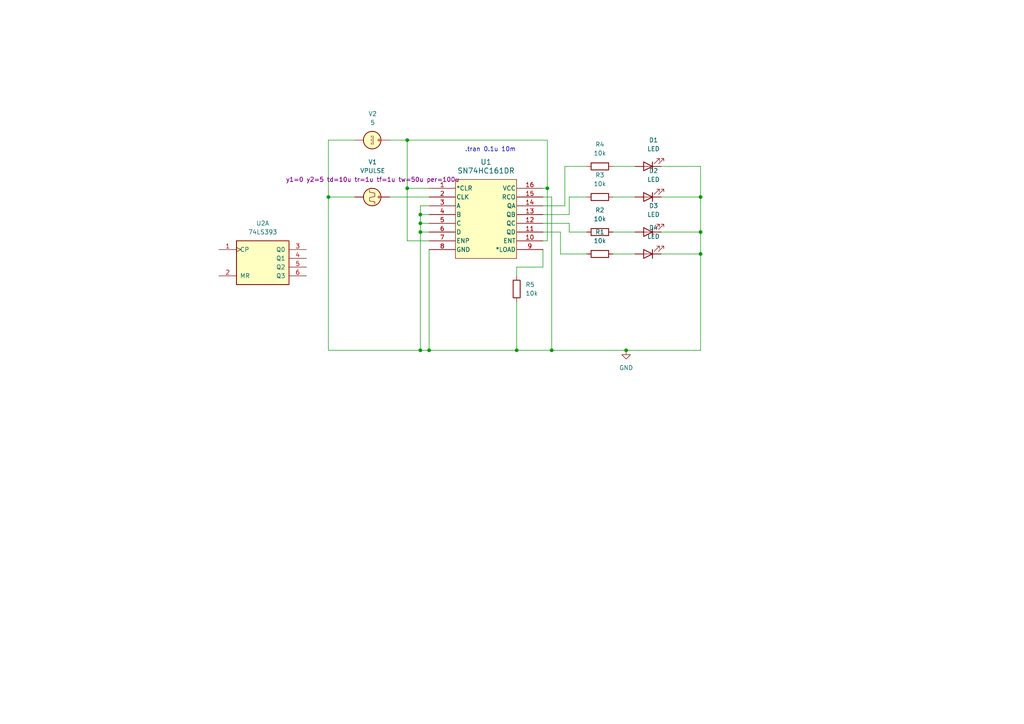
<source format=kicad_sch>
(kicad_sch (version 20250114) (generator "eeschema") (generator_version "9.0")
  (paper "A4")
  (lib_symbols
    (symbol "74xx:74LS393" (pin_names (offset 1.016))
      (property "Reference" "U" (at -7.62 8.89 0))
      (property "Value" "74LS393" (at -7.62 -8.89 0))
      (symbol "74LS393_1_0"
        (pin input clock (at -12.7 2.54 0) (length 5.08) (name "CP") (number "1"))
        (pin input line (at -12.7 -5.08 0) (length 5.08) (name "MR") (number "2"))
        (pin output line (at 12.7 2.54 180) (length 5.08) (name "Q0") (number "3"))
        (pin output line (at 12.7 0 180) (length 5.08) (name "Q1") (number "4"))
        (pin output line (at 12.7 -2.54 180) (length 5.08) (name "Q2") (number "5"))
        (pin output line (at 12.7 -5.08 180) (length 5.08) (name "Q3") (number "6"))
      )
      (symbol "74LS393_1_1"
        (rectangle (start -7.62 5.08) (end 7.62 -7.62) (stroke (width 0.254)) (fill (type background)))
      )
      (symbol "74LS393_2_0"
        (pin input clock (at -12.7 2.54 0) (length 5.08) (name "CP") (number "13"))
        (pin input line (at -12.7 -5.08 0) (length 5.08) (name "MR") (number "12"))
        (pin output line (at 12.7 2.54 180) (length 5.08) (name "Q0") (number "11"))
        (pin output line (at 12.7 0 180) (length 5.08) (name "Q1") (number "10"))
        (pin output line (at 12.7 -2.54 180) (length 5.08) (name "Q2") (number "9"))
        (pin output line (at 12.7 -5.08 180) (length 5.08) (name "Q3") (number "8"))
      )
      (symbol "74LS393_2_1"
        (rectangle (start -7.62 5.08) (end 7.62 -7.62) (stroke (width 0.254)) (fill (type background)))
      )
      (symbol "74LS393_3_0"
        (pin power_in line (at 0 12.7 270) (length 5.08) (name "VCC") (number "14"))
        (pin power_in line (at 0 -12.7 90) (length 5.08) (name "GND") (number "7"))
      )
      (symbol "74LS393_3_1"
        (rectangle (start -5.08 7.62) (end 5.08 -7.62) (stroke (width 0.254)) (fill (type background)))
      )
    )
    (symbol "CapstoneComps:SN74HC161DR" (pin_names (offset 0.254))
      (property "Reference" "U" (at 16.256 9.906 0))
      (property "Value" "SN74HC161DR" (at 16.256 7.366 0))
      (symbol "SN74HC161DR_0_1"
        (pin input line (at 0 0 0) (length 7.62) (name "*CLR") (number "1"))
        (pin input line (at 0 -2.54 0) (length 7.62) (name "CLK") (number "2"))
        (pin input line (at 0 -5.08 0) (length 7.62) (name "A") (number "3"))
        (pin input line (at 0 -7.62 0) (length 7.62) (name "B") (number "4"))
        (pin input line (at 0 -10.16 0) (length 7.62) (name "C") (number "5"))
        (pin input line (at 0 -12.7 0) (length 7.62) (name "D") (number "6"))
        (pin input line (at 0 -15.24 0) (length 7.62) (name "ENP") (number "7"))
        (pin power_in line (at 0 -17.78 0) (length 7.62) (name "GND") (number "8"))
        (pin power_in line (at 33.02 0 180) (length 7.62) (name "VCC") (number "16"))
        (pin output line (at 33.02 -2.54 180) (length 7.62) (name "RCO") (number "15"))
        (pin output line (at 33.02 -5.08 180) (length 7.62) (name "QA") (number "14"))
        (pin output line (at 33.02 -7.62 180) (length 7.62) (name "QB") (number "13"))
        (pin output line (at 33.02 -10.16 180) (length 7.62) (name "QC") (number "12"))
        (pin output line (at 33.02 -12.7 180) (length 7.62) (name "QD") (number "11"))
        (pin input line (at 33.02 -15.24 180) (length 7.62) (name "ENT") (number "10"))
        (pin input line (at 33.02 -17.78 180) (length 7.62) (name "*LOAD") (number "9"))
      )
      (symbol "SN74HC161DR_1_1"
        (rectangle (start 7.62 2.54) (end 25.4 -20.32) (fill (type background)))
      )
    )
    (symbol "Device:LED" (pin_numbers (hide yes)) (pin_names (offset 1.016) (hide yes))
      (property "Reference" "D" (at 0 2.54 0))
      (property "Value" "LED" (at 0 -2.54 0))
      (symbol "LED_0_1"
        (polyline (pts (xy -3.048 -0.762) (xy -4.572 -2.286) (xy -3.81 -2.286) (xy -4.572 -2.286) (xy -4.572 -1.524)))
        (polyline (pts (xy -1.778 -0.762) (xy -3.302 -2.286) (xy -2.54 -2.286) (xy -3.302 -2.286) (xy -3.302 -1.524)))
        (polyline (pts (xy -1.27 0) (xy 1.27 0)))
        (polyline (pts (xy -1.27 -1.27) (xy -1.27 1.27)) (stroke (width 0.254)))
        (polyline (pts (xy 1.27 -1.27) (xy 1.27 1.27) (xy -1.27 0) (xy 1.27 -1.27)) (stroke (width 0.254)))
      )
      (symbol "LED_1_1"
        (pin passive line (at -3.81 0 0) (length 2.54) (name "K") (number "1"))
        (pin passive line (at 3.81 0 180) (length 2.54) (name "A") (number "2"))
      )
    )
    (symbol "Device:R" (pin_numbers (hide yes)) (pin_names (offset 0))
      (property "Reference" "R" (at 2.032 0 90))
      (property "Value" "R" (at 0 0 90))
      (symbol "R_0_1"
        (rectangle (start -1.016 -2.54) (end 1.016 2.54) (stroke (width 0.254)))
      )
      (symbol "R_1_1"
        (pin passive line (at 0 3.81 270) (length 1.27) (name "~") (number "1"))
        (pin passive line (at 0 -3.81 90) (length 1.27) (name "~") (number "2"))
      )
    )
    (symbol "Simulation_SPICE:VDC" (pin_numbers (hide yes)) (pin_names (offset 0.0254))
      (property "Reference" "V" (at 2.54 2.54 0))
      (property "Value" "1" (at 2.54 0 0))
      (symbol "VDC_0_0"
        (polyline (pts (xy -1.27 0.254) (xy 1.27 0.254)))
        (polyline (pts (xy -0.762 -0.254) (xy -1.27 -0.254)))
        (polyline (pts (xy 0.254 -0.254) (xy -0.254 -0.254)))
        (polyline (pts (xy 1.27 -0.254) (xy 0.762 -0.254)))
        (text "+" (at 0 1.905 0) (effects (font (size 1.27 1.27))))
      )
      (symbol "VDC_0_1"
        (circle (center 0 0) (radius 2.54) (stroke (width 0.254)) (fill (type background)))
      )
      (symbol "VDC_1_1"
        (pin passive line (at 0 5.08 270) (length 2.54) (name "~") (number "1"))
        (pin passive line (at 0 -5.08 90) (length 2.54) (name "~") (number "2"))
      )
    )
    (symbol "Simulation_SPICE:VPULSE" (pin_numbers (hide yes)) (pin_names (offset 0.0254))
      (property "Reference" "V" (at 2.54 2.54 0))
      (property "Value" "VPULSE" (at 2.54 0 0))
      (property "Sim.Params" "y1=0 y2=1 td=2n tr=2n tf=2n tw=50n per=100n" (at 2.54 -2.54 0))
      (symbol "VPULSE_0_0"
        (polyline (pts (xy -2.032 -0.762) (xy -1.397 -0.762) (xy -1.143 0.762) (xy -0.127 0.762) (xy 0.127 -0.762) (xy 1.143 -0.762) (xy 1.397 0.762) (xy 2.032 0.762)))
        (text "+" (at 0 1.905 0) (effects (font (size 1.27 1.27))))
      )
      (symbol "VPULSE_0_1"
        (circle (center 0 0) (radius 2.54) (stroke (width 0.254)) (fill (type background)))
      )
      (symbol "VPULSE_1_1"
        (pin passive line (at 0 5.08 270) (length 2.54) (name "~") (number "1"))
        (pin passive line (at 0 -5.08 90) (length 2.54) (name "~") (number "2"))
      )
    )
    (symbol "power:GND" (power) (pin_numbers (hide yes)) (pin_names (offset 0) (hide yes))
      (property "Value" "GND" (at 0 -3.81 0))
      (symbol "GND_0_1"
        (polyline (pts (xy 0 0) (xy 0 -1.27) (xy 1.27 -1.27) (xy 0 -2.54) (xy -1.27 -1.27) (xy 0 -1.27)))
      )
      (symbol "GND_1_1"
        (pin power_in line (at 0 0 270) (length 0) (name "~") (number "1"))
      )
    )
  )
  (text ".tran 0.1u 10m" (at 142.24 43.434 0) (effects (font (size 1.27 1.27))))
  (junction (at 121.92 64.77))
  (junction (at 158.75 54.61))
  (junction (at 203.2 67.31))
  (junction (at 121.92 101.6))
  (junction (at 118.11 54.61))
  (junction (at 118.11 40.64))
  (junction (at 203.2 57.15))
  (junction (at 124.46 101.6))
  (junction (at 181.61 101.6))
  (junction (at 121.92 67.31))
  (junction (at 95.25 57.15))
  (junction (at 121.92 62.23))
  (junction (at 203.2 73.66))
  (junction (at 160.02 101.6))
  (junction (at 149.86 101.6))
  (wire (pts (xy 124.46 69.85) (xy 118.11 69.85)))
  (wire (pts (xy 170.18 57.15) (xy 165.1 57.15)))
  (wire (pts (xy 177.8 48.26) (xy 184.15 48.26)))
  (wire (pts (xy 149.86 80.01) (xy 149.86 77.47)))
  (wire (pts (xy 157.48 64.77) (xy 165.1 64.77)))
  (wire (pts (xy 191.77 48.26) (xy 203.2 48.26)))
  (wire (pts (xy 118.11 54.61) (xy 118.11 40.64)))
  (wire (pts (xy 191.77 67.31) (xy 203.2 67.31)))
  (wire (pts (xy 121.92 62.23) (xy 124.46 62.23)))
  (wire (pts (xy 121.92 67.31) (xy 121.92 64.77)))
  (wire (pts (xy 165.1 64.77) (xy 165.1 67.31)))
  (wire (pts (xy 191.77 57.15) (xy 203.2 57.15)))
  (wire (pts (xy 203.2 57.15) (xy 203.2 67.31)))
  (wire (pts (xy 95.25 57.15) (xy 102.87 57.15)))
  (wire (pts (xy 157.48 67.31) (xy 162.56 67.31)))
  (wire (pts (xy 162.56 73.66) (xy 170.18 73.66)))
  (wire (pts (xy 157.48 77.47) (xy 157.48 72.39)))
  (wire (pts (xy 113.03 40.64) (xy 118.11 40.64)))
  (wire (pts (xy 165.1 67.31) (xy 170.18 67.31)))
  (wire (pts (xy 160.02 101.6) (xy 181.61 101.6)))
  (wire (pts (xy 113.03 57.15) (xy 124.46 57.15)))
  (wire (pts (xy 203.2 48.26) (xy 203.2 57.15)))
  (wire (pts (xy 118.11 54.61) (xy 124.46 54.61)))
  (wire (pts (xy 149.86 101.6) (xy 160.02 101.6)))
  (wire (pts (xy 95.25 40.64) (xy 95.25 57.15)))
  (wire (pts (xy 158.75 69.85) (xy 158.75 54.61)))
  (wire (pts (xy 121.92 59.69) (xy 124.46 59.69)))
  (wire (pts (xy 121.92 67.31) (xy 121.92 101.6)))
  (wire (pts (xy 118.11 69.85) (xy 118.11 54.61)))
  (wire (pts (xy 95.25 57.15) (xy 95.25 101.6)))
  (wire (pts (xy 165.1 57.15) (xy 165.1 62.23)))
  (wire (pts (xy 121.92 101.6) (xy 124.46 101.6)))
  (wire (pts (xy 163.83 59.69) (xy 163.83 48.26)))
  (wire (pts (xy 121.92 62.23) (xy 121.92 59.69)))
  (wire (pts (xy 124.46 67.31) (xy 121.92 67.31)))
  (wire (pts (xy 149.86 77.47) (xy 157.48 77.47)))
  (wire (pts (xy 157.48 59.69) (xy 163.83 59.69)))
  (wire (pts (xy 157.48 57.15) (xy 160.02 57.15)))
  (wire (pts (xy 157.48 69.85) (xy 158.75 69.85)))
  (wire (pts (xy 203.2 101.6) (xy 181.61 101.6)))
  (wire (pts (xy 177.8 57.15) (xy 184.15 57.15)))
  (wire (pts (xy 158.75 54.61) (xy 157.48 54.61)))
  (wire (pts (xy 157.48 62.23) (xy 165.1 62.23)))
  (wire (pts (xy 102.87 40.64) (xy 95.25 40.64)))
  (wire (pts (xy 149.86 87.63) (xy 149.86 101.6)))
  (wire (pts (xy 191.77 73.66) (xy 203.2 73.66)))
  (wire (pts (xy 118.11 40.64) (xy 158.75 40.64)))
  (wire (pts (xy 177.8 73.66) (xy 184.15 73.66)))
  (wire (pts (xy 95.25 101.6) (xy 121.92 101.6)))
  (wire (pts (xy 124.46 72.39) (xy 124.46 101.6)))
  (wire (pts (xy 203.2 73.66) (xy 203.2 101.6)))
  (wire (pts (xy 203.2 67.31) (xy 203.2 73.66)))
  (wire (pts (xy 124.46 101.6) (xy 149.86 101.6)))
  (wire (pts (xy 162.56 67.31) (xy 162.56 73.66)))
  (wire (pts (xy 163.83 48.26) (xy 170.18 48.26)))
  (wire (pts (xy 158.75 40.64) (xy 158.75 54.61)))
  (wire (pts (xy 160.02 57.15) (xy 160.02 101.6)))
  (wire (pts (xy 121.92 64.77) (xy 121.92 62.23)))
  (wire (pts (xy 177.8 67.31) (xy 184.15 67.31)))
  (wire (pts (xy 121.92 64.77) (xy 124.46 64.77)))
  (symbol (lib_id "Device:LED") (at 187.96 57.15 180) (unit 1)
    (property "Reference" "D2" (at 189.5475 49.53 0))
    (property "Value" "LED" (at 189.5475 52.07 0))
    (property "Description" "Light emitting diode" (effects (hide yes)))
    (property "Sim.Pins" "1=A 2=K" (effects (hide yes)))
    (property "Sim.Device" "D" (effects (hide yes)))
  )
  (symbol (lib_id "Device:R") (at 173.99 67.31 90) (unit 1)
    (property "Reference" "R2" (at 173.99 60.96 90))
    (property "Value" "10k" (at 173.99 63.5 90))
    (property "Description" "Resistor" (effects (hide yes)))
  )
  (symbol (lib_id "74xx:74LS393") (at 76.2 74.93 0) (unit 1)
    (property "Reference" "U2" (at 76.2 64.77 0))
    (property "Value" "74LS393" (at 76.2 67.31 0))
    (property "Datasheet" "74xx\\74LS393.pdf" (effects (hide yes)))
    (property "Description" "Dual BCD 4-bit counter" (effects (hide yes)))
  )
  (symbol (lib_id "Simulation_SPICE:VPULSE") (at 107.95 57.15 270) (unit 1)
    (property "Reference" "V1" (at 108.0798 46.99 90))
    (property "Value" "VPULSE" (at 108.0798 49.53 90))
    (property "Datasheet" "https://ngspice.sourceforge.io/docs/ngspice-html-manual/manual.xhtml#sec_Independent_Sources_for" (effects (hide yes)))
    (property "Description" "Voltage source, pulse" (effects (hide yes)))
    (property "Sim.Pins" "1=+ 2=-" (effects (hide yes)))
    (property "Sim.Type" "PULSE" (effects (hide yes)))
    (property "Sim.Device" "V" (effects (hide yes)))
    (property "Sim.Params" "y1=0 y2=5 td=10u tr=1u tf=1u tw=50u per=100u" (at 108.0798 52.07 90))
  )
  (symbol (lib_id "Device:R") (at 149.86 83.82 0) (unit 1)
    (property "Reference" "R5" (at 152.4 82.5499 0) (effects (justify left)))
    (property "Value" "10k" (at 152.4 85.0899 0) (effects (justify left)))
    (property "Description" "Resistor" (effects (hide yes)))
  )
  (symbol (lib_id "Device:LED") (at 187.96 67.31 180) (unit 1)
    (property "Reference" "D3" (at 189.5475 59.69 0))
    (property "Value" "LED" (at 189.5475 62.23 0))
    (property "Description" "Light emitting diode" (effects (hide yes)))
    (property "Sim.Pins" "1=A 2=K" (effects (hide yes)))
    (property "Sim.Device" "D" (effects (hide yes)))
  )
  (symbol (lib_id "Device:LED") (at 187.96 73.66 180) (unit 1)
    (property "Reference" "D4" (at 189.5475 66.04 0))
    (property "Value" "LED" (at 189.5475 68.58 0))
    (property "Description" "Light emitting diode" (effects (hide yes)))
    (property "Sim.Pins" "1=A 2=K" (effects (hide yes)))
    (property "Sim.Device" "D" (effects (hide yes)))
  )
  (symbol (lib_id "Device:R") (at 173.99 48.26 90) (unit 1)
    (property "Reference" "R4" (at 173.99 41.91 90))
    (property "Value" "10k" (at 173.99 44.45 90))
    (property "Description" "Resistor" (effects (hide yes)))
  )
  (symbol (lib_id "power:GND") (at 181.61 101.6 0) (unit 1)
    (property "Reference" "#PWR01" (effects (hide yes)))
    (property "Value" "GND" (at 181.61 106.68 0))
    (property "Description" "Power symbol creates a global label with name \"GND\" , ground" (effects (hide yes)))
  )
  (symbol (lib_id "CapstoneComps:SN74HC161DR") (at 124.46 54.61 0) (unit 1)
    (property "Reference" "U1" (at 140.97 46.99 0) (effects (font (size 1.524 1.524))))
    (property "Value" "SN74HC161DR" (at 140.97 49.53 0) (effects (font (size 1.524 1.524))))
    (property "Footprint" "D16" (effects (hide yes)))
    (property "Datasheet" "https://www.ti.com/lit/gpn/sn74hc161" (effects (hide yes)))
    (property "Sim.Library" "C:\\Users\\ramc9m\\Downloads\\74hc.lib" (effects (hide yes)))
    (property "Sim.Name" "74HC161" (effects (hide yes)))
    (property "Sim.Device" "SUBCKT" (effects (hide yes)))
    (property "Sim.Pins" "1=MR 2=CP 3=D0 4=D1 5=D2 6=D3 7=CEP 8=VGND 9=PE 10=CET 11=Q3 12=Q2 13=Q1 14=Q0 15=TC 16=VCC" (effects (hide yes)))
    (property "Sim.Params" "vcc1=5V speed1=1 tripdt1=0" (effects (hide yes)))
  )
  (symbol (lib_id "Device:LED") (at 187.96 48.26 180) (unit 1)
    (property "Reference" "D1" (at 189.5475 40.64 0))
    (property "Value" "LED" (at 189.5475 43.18 0))
    (property "Description" "Light emitting diode" (effects (hide yes)))
    (property "Sim.Pins" "1=A 2=K" (effects (hide yes)))
    (property "Sim.Device" "D" (effects (hide yes)))
  )
  (symbol (lib_id "Device:R") (at 173.99 73.66 270) (unit 1)
    (property "Reference" "R1" (at 173.99 67.31 90))
    (property "Value" "10k" (at 173.99 69.85 90))
    (property "Description" "Resistor" (effects (hide yes)))
  )
  (symbol (lib_id "Simulation_SPICE:VDC") (at 107.95 40.64 270) (unit 1)
    (property "Reference" "V2" (at 108.0798 33.02 90))
    (property "Value" "5" (at 108.0798 35.56 90))
    (property "Datasheet" "https://ngspice.sourceforge.io/docs/ngspice-html-manual/manual.xhtml#sec_Independent_Sources_for" (effects (hide yes)))
    (property "Description" "Voltage source, DC" (effects (hide yes)))
    (property "Sim.Pins" "1=+ 2=-" (effects (hide yes)))
    (property "Sim.Type" "DC" (effects (hide yes)))
    (property "Sim.Device" "V" (effects (hide yes)))
  )
  (symbol (lib_id "Device:R") (at 173.99 57.15 90) (unit 1)
    (property "Reference" "R3" (at 173.99 50.8 90))
    (property "Value" "10k" (at 173.99 53.34 90))
    (property "Description" "Resistor" (effects (hide yes)))
  )
)
</source>
